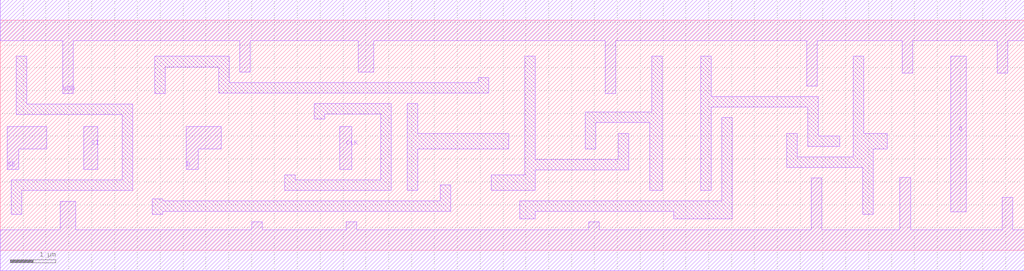
<source format=lef>
# Copyright 2022 GlobalFoundries PDK Authors
#
# Licensed under the Apache License, Version 2.0 (the "License");
# you may not use this file except in compliance with the License.
# You may obtain a copy of the License at
#
#      http://www.apache.org/licenses/LICENSE-2.0
#
# Unless required by applicable law or agreed to in writing, software
# distributed under the License is distributed on an "AS IS" BASIS,
# WITHOUT WARRANTIES OR CONDITIONS OF ANY KIND, either express or implied.
# See the License for the specific language governing permissions and
# limitations under the License.

MACRO gf180mcu_fd_sc_mcu9t5v0__sdffq_2
  CLASS core ;
  FOREIGN gf180mcu_fd_sc_mcu9t5v0__sdffq_2 0.0 0.0 ;
  ORIGIN 0 0 ;
  SYMMETRY X Y ;
  SITE GF018hv5v_green_sc9 ;
  SIZE 22.4 BY 5.04 ;
  PIN D
    DIRECTION INPUT ;
    ANTENNAGATEAREA 0.848 ;
    PORT
      LAYER METAL1 ;
        POLYGON 4.07 1.77 4.33 1.77 4.33 2.225 4.835 2.225 4.835 2.71 4.07 2.71  ;
    END
  END D
  PIN SE
    DIRECTION INPUT ;
    ANTENNAGATEAREA 1.696 ;
    PORT
      LAYER METAL1 ;
        POLYGON 0.15 1.77 0.41 1.77 0.41 2.225 1.015 2.225 1.015 2.71 0.15 2.71  ;
    END
  END SE
  PIN SI
    DIRECTION INPUT ;
    ANTENNAGATEAREA 0.848 ;
    PORT
      LAYER METAL1 ;
        POLYGON 1.83 1.77 2.135 1.77 2.135 2.71 1.83 2.71  ;
    END
  END SI
  PIN CLK
    DIRECTION INPUT ;
    USE clock ;
    ANTENNAGATEAREA 1.164 ;
    PORT
      LAYER METAL1 ;
        POLYGON 7.43 1.77 7.69 1.77 7.69 2.71 7.43 2.71  ;
    END
  END CLK
  PIN Q
    DIRECTION OUTPUT ;
    ANTENNADIFFAREA 1.70205 ;
    PORT
      LAYER METAL1 ;
        POLYGON 20.79 0.845 21.13 0.845 21.13 4.25 20.79 4.25  ;
    END
  END Q
  PIN VDD
    DIRECTION INOUT ;
    USE power ;
    SHAPE ABUTMENT ;
    PORT
      LAYER METAL1 ;
        POLYGON 0 4.59 1.365 4.59 1.365 3.44 1.595 3.44 1.595 4.59 2.895 4.59 5.235 4.59 5.235 3.905 5.465 3.905 5.465 4.59 7.83 4.59 7.83 3.905 8.17 3.905 8.17 4.59 10.685 4.59 11.125 4.59 13.235 4.59 13.235 3.44 13.465 3.44 13.465 4.59 14.485 4.59 17.645 4.59 17.645 3.6 17.875 3.6 17.875 4.59 18.37 4.59 19.41 4.59 19.735 4.59 19.735 3.88 19.965 3.88 19.965 4.59 21.81 4.59 21.81 3.88 22.04 3.88 22.04 4.59 22.4 4.59 22.4 5.49 19.41 5.49 18.37 5.49 14.485 5.49 11.125 5.49 10.685 5.49 2.895 5.49 0 5.49  ;
    END
  END VDD
  PIN VSS
    DIRECTION INOUT ;
    USE ground ;
    SHAPE ABUTMENT ;
    PORT
      LAYER METAL1 ;
        POLYGON 0 -0.45 22.4 -0.45 22.4 0.45 22.155 0.45 22.155 1.165 21.925 1.165 21.925 0.45 19.915 0.45 19.915 1.6 19.685 1.6 19.685 0.45 17.975 0.45 17.975 1.59 17.745 1.59 17.745 0.45 13.1 0.45 13.1 0.62 12.87 0.62 12.87 0.45 7.795 0.45 7.795 0.62 7.565 0.62 7.565 0.45 5.735 0.45 5.735 0.62 5.505 0.62 5.505 0.45 1.65 0.45 1.65 1.075 1.31 1.075 1.31 0.45 0 0.45  ;
    END
  END VSS
  OBS
      LAYER METAL1 ;
        POLYGON 0.345 2.98 2.665 2.98 2.665 1.54 0.245 1.54 0.245 0.79 0.475 0.79 0.475 1.31 2.895 1.31 2.895 3.21 0.575 3.21 0.575 4.25 0.345 4.25  ;
        POLYGON 6.865 2.875 7.095 2.875 7.095 2.985 8.325 2.985 8.325 1.54 6.455 1.54 6.455 1.65 6.225 1.65 6.225 1.31 8.555 1.31 8.555 3.215 6.865 3.215  ;
        POLYGON 3.325 0.79 3.555 0.79 3.555 0.85 9.855 0.85 9.855 1.43 9.625 1.43 9.625 1.08 3.555 1.08 3.555 1.13 3.325 1.13  ;
        POLYGON 3.375 3.44 3.605 3.44 3.605 4.02 4.775 4.02 4.775 3.445 10.685 3.445 10.685 3.785 10.455 3.785 10.455 3.675 5.005 3.675 5.005 4.25 3.375 4.25  ;
        POLYGON 8.905 1.31 9.135 1.31 9.135 2.225 11.125 2.225 11.125 2.565 9.135 2.565 9.135 3.215 8.905 3.215  ;
        POLYGON 10.745 1.31 11.705 1.31 11.705 1.765 13.755 1.765 13.755 2.565 13.525 2.565 13.525 1.995 11.705 1.995 11.705 4.25 11.475 4.25 11.475 1.65 10.745 1.65  ;
        POLYGON 12.795 2.225 13.025 2.225 13.025 2.795 14.205 2.795 14.205 1.31 14.485 1.31 14.485 4.25 14.255 4.25 14.255 3.025 12.795 3.025  ;
        POLYGON 11.37 0.685 11.71 0.685 11.71 0.85 14.73 0.85 14.73 0.685 16.015 0.685 16.015 2.91 15.785 2.91 15.785 1.08 11.37 1.08  ;
        POLYGON 15.325 1.31 15.555 1.31 15.555 3.14 17.665 3.14 17.665 2.28 18.37 2.28 18.37 2.51 17.895 2.51 17.895 3.37 15.555 3.37 15.555 4.25 15.325 4.25  ;
        POLYGON 17.205 1.82 18.865 1.82 18.865 0.79 19.095 0.79 19.095 2.225 19.41 2.225 19.41 2.565 18.895 2.565 18.895 4.25 18.665 4.25 18.665 2.05 17.435 2.05 17.435 2.565 17.205 2.565  ;
  END
END gf180mcu_fd_sc_mcu9t5v0__sdffq_2

</source>
